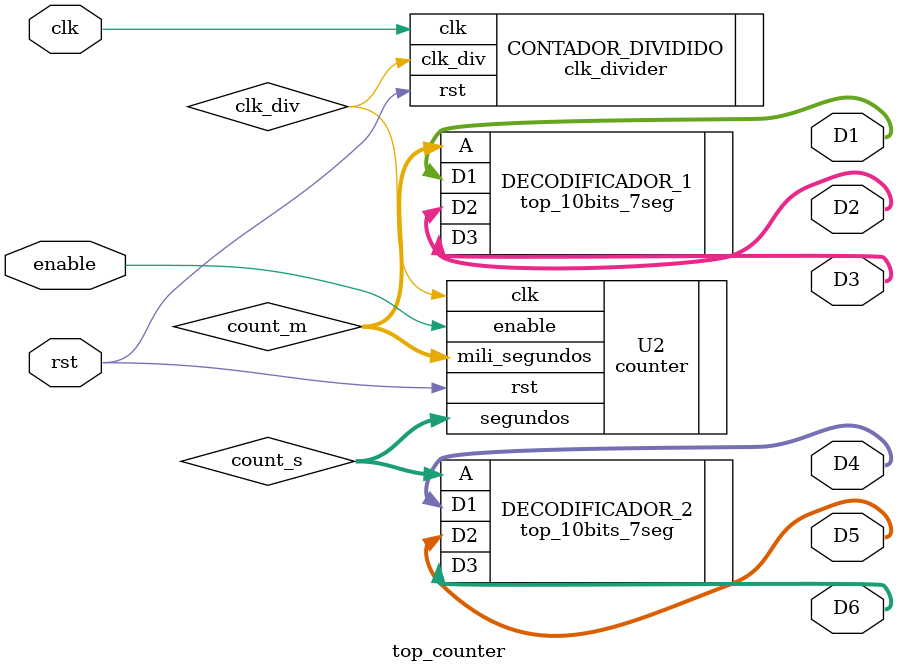
<source format=v>
module top_counter(
    input clk,
    input rst,
	 input enable,
	 output [6:0] D1, D2, D3, D4, D5, D6    
);

// Señales Auxiliares
wire clk_div;             
wire rst_debouncer;       
wire [9:0] count_m;
wire [6:0] count_s;

//50_000_000 es 1seg
//50_000_000 / 1_000
	 
counter U2 (.clk(clk_div),.rst(rst),.enable(enable),.mili_segundos(count_m),.segundos(count_s));
	 
// Instancia del divisor de reloj
clk_divider CONTADOR_DIVIDIDO (.clk(clk),.rst(rst),.clk_div(clk_div));

// Instancia del decodificador de 7 segmentos
top_10bits_7seg DECODIFICADOR_1 (.A(count_m),.D1(D1),.D2(D2),.D3(D3));

top_10bits_7seg DECODIFICADOR_2 (.A(count_s),.D1(D4),.D2(D5),.D3(D6));

endmodule
</source>
